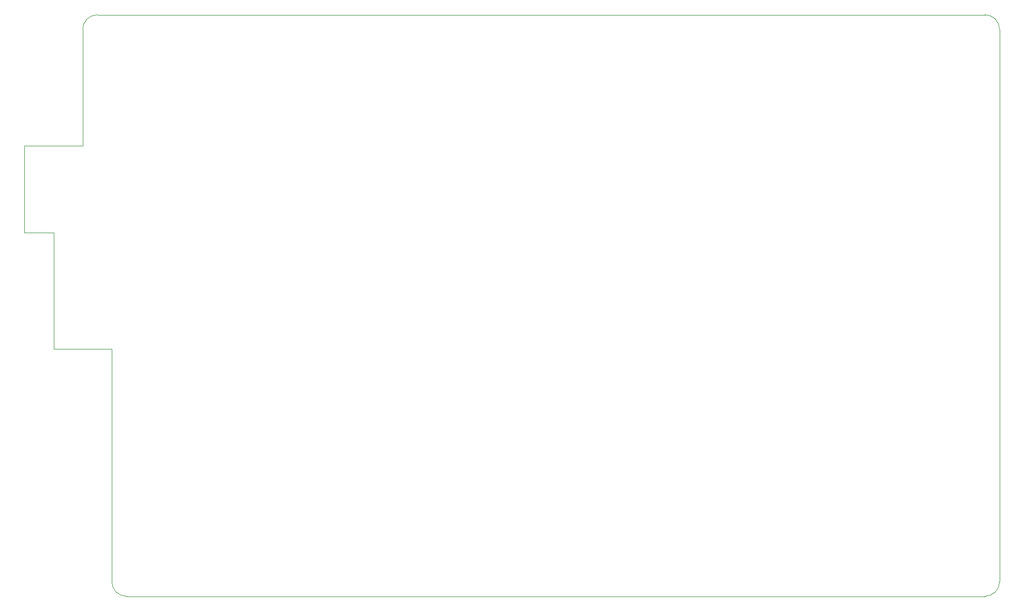
<source format=gbr>
%TF.GenerationSoftware,KiCad,Pcbnew,(5.1.10-1-10_14)*%
%TF.CreationDate,2022-06-17T19:42:32+09:00*%
%TF.ProjectId,pcb-right,7063622d-7269-4676-9874-2e6b69636164,rev?*%
%TF.SameCoordinates,Original*%
%TF.FileFunction,Profile,NP*%
%FSLAX46Y46*%
G04 Gerber Fmt 4.6, Leading zero omitted, Abs format (unit mm)*
G04 Created by KiCad (PCBNEW (5.1.10-1-10_14)) date 2022-06-17 19:42:32*
%MOMM*%
%LPD*%
G01*
G04 APERTURE LIST*
%TA.AperFunction,Profile*%
%ADD10C,0.050000*%
%TD*%
G04 APERTURE END LIST*
D10*
X177800000Y-16668750D02*
X32543750Y-16668750D01*
X180181250Y-109537500D02*
X180181250Y-19050000D01*
X37306250Y-111918750D02*
X177800000Y-111918750D01*
X34925000Y-71437500D02*
X34925000Y-109537500D01*
X25400000Y-71437500D02*
X34925000Y-71437500D01*
X25400000Y-52387500D02*
X25400000Y-71437500D01*
X20637500Y-52387500D02*
X25400000Y-52387500D01*
X20637500Y-38100000D02*
X20637500Y-52387500D01*
X30162500Y-38100000D02*
X20637500Y-38100000D01*
X30162500Y-19050000D02*
X30162500Y-38100000D01*
X177800000Y-16668750D02*
G75*
G02*
X180181250Y-19050000I0J-2381250D01*
G01*
X180181250Y-109537500D02*
G75*
G02*
X177800000Y-111918750I-2381250J0D01*
G01*
X37306250Y-111918750D02*
G75*
G02*
X34925000Y-109537500I0J2381250D01*
G01*
X30162500Y-19050000D02*
G75*
G02*
X32543750Y-16668750I2381250J0D01*
G01*
M02*

</source>
